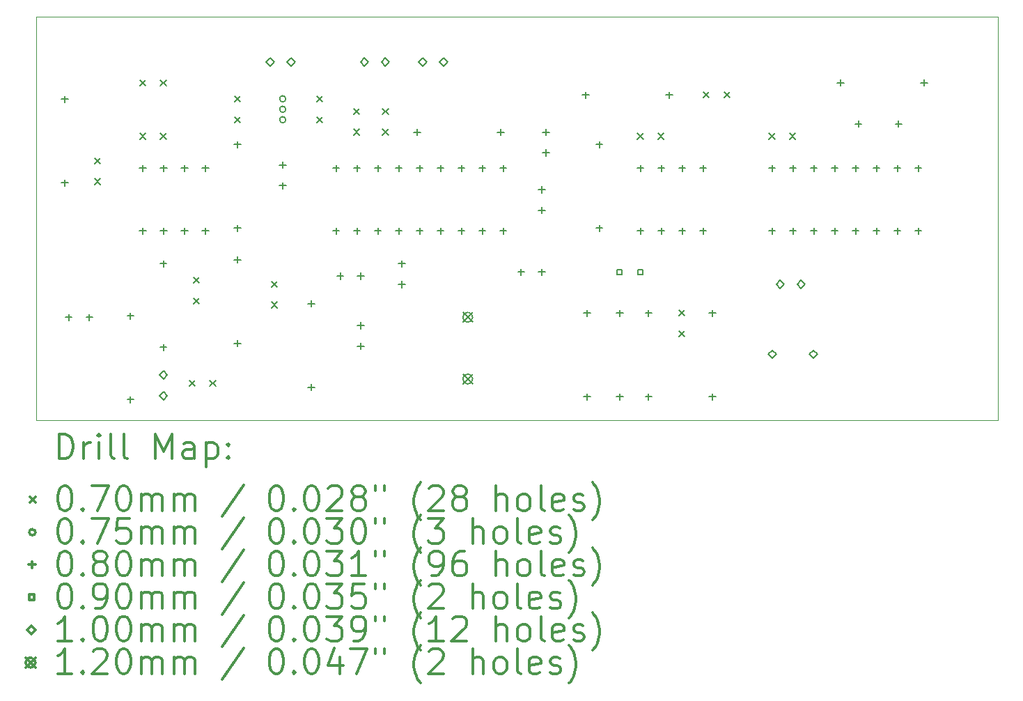
<source format=gbr>
%FSLAX45Y45*%
G04 Gerber Fmt 4.5, Leading zero omitted, Abs format (unit mm)*
G04 Created by KiCad (PCBNEW 5.1.8-5.1.8) date 2021-12-06 17:43:24*
%MOMM*%
%LPD*%
G01*
G04 APERTURE LIST*
%TA.AperFunction,Profile*%
%ADD10C,0.100000*%
%TD*%
%ADD11C,0.200000*%
%ADD12C,0.300000*%
G04 APERTURE END LIST*
D10*
X20742400Y-7749200D02*
X20742400Y-12649200D01*
X9042400Y-7749200D02*
X20742400Y-7749200D01*
X9042400Y-12649200D02*
X9042400Y-7749200D01*
X20742400Y-12649200D02*
X9042400Y-12649200D01*
D11*
X11907400Y-10964200D02*
X11977400Y-11034200D01*
X11977400Y-10964200D02*
X11907400Y-11034200D01*
X11907400Y-11214200D02*
X11977400Y-11284200D01*
X11977400Y-11214200D02*
X11907400Y-11284200D01*
X10957400Y-10914200D02*
X11027400Y-10984200D01*
X11027400Y-10914200D02*
X10957400Y-10984200D01*
X10957400Y-11164200D02*
X11027400Y-11234200D01*
X11027400Y-11164200D02*
X10957400Y-11234200D01*
X10307400Y-9164200D02*
X10377400Y-9234200D01*
X10377400Y-9164200D02*
X10307400Y-9234200D01*
X10557400Y-9164200D02*
X10627400Y-9234200D01*
X10627400Y-9164200D02*
X10557400Y-9234200D01*
X9757400Y-9464200D02*
X9827400Y-9534200D01*
X9827400Y-9464200D02*
X9757400Y-9534200D01*
X9757400Y-9714200D02*
X9827400Y-9784200D01*
X9827400Y-9714200D02*
X9757400Y-9784200D01*
X10907400Y-12164200D02*
X10977400Y-12234200D01*
X10977400Y-12164200D02*
X10907400Y-12234200D01*
X11157400Y-12164200D02*
X11227400Y-12234200D01*
X11227400Y-12164200D02*
X11157400Y-12234200D01*
X12457400Y-8714200D02*
X12527400Y-8784200D01*
X12527400Y-8714200D02*
X12457400Y-8784200D01*
X12457400Y-8964200D02*
X12527400Y-9034200D01*
X12527400Y-8964200D02*
X12457400Y-9034200D01*
X11457400Y-8714200D02*
X11527400Y-8784200D01*
X11527400Y-8714200D02*
X11457400Y-8784200D01*
X11457400Y-8964200D02*
X11527400Y-9034200D01*
X11527400Y-8964200D02*
X11457400Y-9034200D01*
X16857400Y-11314200D02*
X16927400Y-11384200D01*
X16927400Y-11314200D02*
X16857400Y-11384200D01*
X16857400Y-11564200D02*
X16927400Y-11634200D01*
X16927400Y-11564200D02*
X16857400Y-11634200D01*
X17957400Y-9164200D02*
X18027400Y-9234200D01*
X18027400Y-9164200D02*
X17957400Y-9234200D01*
X18207400Y-9164200D02*
X18277400Y-9234200D01*
X18277400Y-9164200D02*
X18207400Y-9234200D01*
X12907400Y-8864200D02*
X12977400Y-8934200D01*
X12977400Y-8864200D02*
X12907400Y-8934200D01*
X12907400Y-9114200D02*
X12977400Y-9184200D01*
X12977400Y-9114200D02*
X12907400Y-9184200D01*
X10307400Y-8514200D02*
X10377400Y-8584200D01*
X10377400Y-8514200D02*
X10307400Y-8584200D01*
X10557400Y-8514200D02*
X10627400Y-8584200D01*
X10627400Y-8514200D02*
X10557400Y-8584200D01*
X16357400Y-9164200D02*
X16427400Y-9234200D01*
X16427400Y-9164200D02*
X16357400Y-9234200D01*
X16607400Y-9164200D02*
X16677400Y-9234200D01*
X16677400Y-9164200D02*
X16607400Y-9234200D01*
X17157400Y-8664200D02*
X17227400Y-8734200D01*
X17227400Y-8664200D02*
X17157400Y-8734200D01*
X17407400Y-8664200D02*
X17477400Y-8734200D01*
X17477400Y-8664200D02*
X17407400Y-8734200D01*
X13257400Y-8864200D02*
X13327400Y-8934200D01*
X13327400Y-8864200D02*
X13257400Y-8934200D01*
X13257400Y-9114200D02*
X13327400Y-9184200D01*
X13327400Y-9114200D02*
X13257400Y-9184200D01*
X12079900Y-8745200D02*
G75*
G03*
X12079900Y-8745200I-37500J0D01*
G01*
X12079900Y-8872200D02*
G75*
G03*
X12079900Y-8872200I-37500J0D01*
G01*
X12079900Y-8999200D02*
G75*
G03*
X12079900Y-8999200I-37500J0D01*
G01*
X17267400Y-11309200D02*
X17267400Y-11389200D01*
X17227400Y-11349200D02*
X17307400Y-11349200D01*
X17267400Y-12325200D02*
X17267400Y-12405200D01*
X17227400Y-12365200D02*
X17307400Y-12365200D01*
X15726400Y-8659200D02*
X15726400Y-8739200D01*
X15686400Y-8699200D02*
X15766400Y-8699200D01*
X16742400Y-8659200D02*
X16742400Y-8739200D01*
X16702400Y-8699200D02*
X16782400Y-8699200D01*
X10342400Y-9547200D02*
X10342400Y-9627200D01*
X10302400Y-9587200D02*
X10382400Y-9587200D01*
X10342400Y-10309200D02*
X10342400Y-10389200D01*
X10302400Y-10349200D02*
X10382400Y-10349200D01*
X10596400Y-9547200D02*
X10596400Y-9627200D01*
X10556400Y-9587200D02*
X10636400Y-9587200D01*
X10596400Y-10309200D02*
X10596400Y-10389200D01*
X10556400Y-10349200D02*
X10636400Y-10349200D01*
X10850400Y-9547200D02*
X10850400Y-9627200D01*
X10810400Y-9587200D02*
X10890400Y-9587200D01*
X10850400Y-10309200D02*
X10850400Y-10389200D01*
X10810400Y-10349200D02*
X10890400Y-10349200D01*
X11104400Y-9547200D02*
X11104400Y-9627200D01*
X11064400Y-9587200D02*
X11144400Y-9587200D01*
X11104400Y-10309200D02*
X11104400Y-10389200D01*
X11064400Y-10349200D02*
X11144400Y-10349200D01*
X12742400Y-10859200D02*
X12742400Y-10939200D01*
X12702400Y-10899200D02*
X12782400Y-10899200D01*
X12992400Y-10859200D02*
X12992400Y-10939200D01*
X12952400Y-10899200D02*
X13032400Y-10899200D01*
X15242400Y-9109200D02*
X15242400Y-9189200D01*
X15202400Y-9149200D02*
X15282400Y-9149200D01*
X15242400Y-9359200D02*
X15242400Y-9439200D01*
X15202400Y-9399200D02*
X15282400Y-9399200D01*
X12992400Y-11459200D02*
X12992400Y-11539200D01*
X12952400Y-11499200D02*
X13032400Y-11499200D01*
X12992400Y-11709200D02*
X12992400Y-11789200D01*
X12952400Y-11749200D02*
X13032400Y-11749200D01*
X13492400Y-10709200D02*
X13492400Y-10789200D01*
X13452400Y-10749200D02*
X13532400Y-10749200D01*
X13492400Y-10959200D02*
X13492400Y-11039200D01*
X13452400Y-10999200D02*
X13532400Y-10999200D01*
X12042400Y-9509200D02*
X12042400Y-9589200D01*
X12002400Y-9549200D02*
X12082400Y-9549200D01*
X12042400Y-9759200D02*
X12042400Y-9839200D01*
X12002400Y-9799200D02*
X12082400Y-9799200D01*
X12392400Y-11193200D02*
X12392400Y-11273200D01*
X12352400Y-11233200D02*
X12432400Y-11233200D01*
X12392400Y-12209200D02*
X12392400Y-12289200D01*
X12352400Y-12249200D02*
X12432400Y-12249200D01*
X14942400Y-10809200D02*
X14942400Y-10889200D01*
X14902400Y-10849200D02*
X14982400Y-10849200D01*
X15192400Y-10809200D02*
X15192400Y-10889200D01*
X15152400Y-10849200D02*
X15232400Y-10849200D01*
X12692400Y-9547200D02*
X12692400Y-9627200D01*
X12652400Y-9587200D02*
X12732400Y-9587200D01*
X12692400Y-10309200D02*
X12692400Y-10389200D01*
X12652400Y-10349200D02*
X12732400Y-10349200D01*
X12946400Y-9547200D02*
X12946400Y-9627200D01*
X12906400Y-9587200D02*
X12986400Y-9587200D01*
X12946400Y-10309200D02*
X12946400Y-10389200D01*
X12906400Y-10349200D02*
X12986400Y-10349200D01*
X13200400Y-9547200D02*
X13200400Y-9627200D01*
X13160400Y-9587200D02*
X13240400Y-9587200D01*
X13200400Y-10309200D02*
X13200400Y-10389200D01*
X13160400Y-10349200D02*
X13240400Y-10349200D01*
X13454400Y-9547200D02*
X13454400Y-9627200D01*
X13414400Y-9587200D02*
X13494400Y-9587200D01*
X13454400Y-10309200D02*
X13454400Y-10389200D01*
X13414400Y-10349200D02*
X13494400Y-10349200D01*
X13708400Y-9547200D02*
X13708400Y-9627200D01*
X13668400Y-9587200D02*
X13748400Y-9587200D01*
X13708400Y-10309200D02*
X13708400Y-10389200D01*
X13668400Y-10349200D02*
X13748400Y-10349200D01*
X13962400Y-9547200D02*
X13962400Y-9627200D01*
X13922400Y-9587200D02*
X14002400Y-9587200D01*
X13962400Y-10309200D02*
X13962400Y-10389200D01*
X13922400Y-10349200D02*
X14002400Y-10349200D01*
X14216400Y-9547200D02*
X14216400Y-9627200D01*
X14176400Y-9587200D02*
X14256400Y-9587200D01*
X14216400Y-10309200D02*
X14216400Y-10389200D01*
X14176400Y-10349200D02*
X14256400Y-10349200D01*
X14470400Y-9547200D02*
X14470400Y-9627200D01*
X14430400Y-9587200D02*
X14510400Y-9587200D01*
X14470400Y-10309200D02*
X14470400Y-10389200D01*
X14430400Y-10349200D02*
X14510400Y-10349200D01*
X14724400Y-9547200D02*
X14724400Y-9627200D01*
X14684400Y-9587200D02*
X14764400Y-9587200D01*
X14724400Y-10309200D02*
X14724400Y-10389200D01*
X14684400Y-10349200D02*
X14764400Y-10349200D01*
X16492400Y-11309200D02*
X16492400Y-11389200D01*
X16452400Y-11349200D02*
X16532400Y-11349200D01*
X16492400Y-12325200D02*
X16492400Y-12405200D01*
X16452400Y-12365200D02*
X16532400Y-12365200D01*
X16142400Y-11309200D02*
X16142400Y-11389200D01*
X16102400Y-11349200D02*
X16182400Y-11349200D01*
X16142400Y-12325200D02*
X16142400Y-12405200D01*
X16102400Y-12365200D02*
X16182400Y-12365200D01*
X10592400Y-10709200D02*
X10592400Y-10789200D01*
X10552400Y-10749200D02*
X10632400Y-10749200D01*
X10592400Y-11725200D02*
X10592400Y-11805200D01*
X10552400Y-11765200D02*
X10632400Y-11765200D01*
X19042400Y-9009200D02*
X19042400Y-9089200D01*
X19002400Y-9049200D02*
X19082400Y-9049200D01*
X19530400Y-9009200D02*
X19530400Y-9089200D01*
X19490400Y-9049200D02*
X19570400Y-9049200D01*
X18826400Y-8509200D02*
X18826400Y-8589200D01*
X18786400Y-8549200D02*
X18866400Y-8549200D01*
X19842400Y-8509200D02*
X19842400Y-8589200D01*
X19802400Y-8549200D02*
X19882400Y-8549200D01*
X13676400Y-9109200D02*
X13676400Y-9189200D01*
X13636400Y-9149200D02*
X13716400Y-9149200D01*
X14692400Y-9109200D02*
X14692400Y-9189200D01*
X14652400Y-9149200D02*
X14732400Y-9149200D01*
X9442400Y-11359200D02*
X9442400Y-11439200D01*
X9402400Y-11399200D02*
X9482400Y-11399200D01*
X9692400Y-11359200D02*
X9692400Y-11439200D01*
X9652400Y-11399200D02*
X9732400Y-11399200D01*
X15192400Y-9809200D02*
X15192400Y-9889200D01*
X15152400Y-9849200D02*
X15232400Y-9849200D01*
X15192400Y-10059200D02*
X15192400Y-10139200D01*
X15152400Y-10099200D02*
X15232400Y-10099200D01*
X16392400Y-9547200D02*
X16392400Y-9627200D01*
X16352400Y-9587200D02*
X16432400Y-9587200D01*
X16392400Y-10309200D02*
X16392400Y-10389200D01*
X16352400Y-10349200D02*
X16432400Y-10349200D01*
X16646400Y-9547200D02*
X16646400Y-9627200D01*
X16606400Y-9587200D02*
X16686400Y-9587200D01*
X16646400Y-10309200D02*
X16646400Y-10389200D01*
X16606400Y-10349200D02*
X16686400Y-10349200D01*
X16900400Y-9547200D02*
X16900400Y-9627200D01*
X16860400Y-9587200D02*
X16940400Y-9587200D01*
X16900400Y-10309200D02*
X16900400Y-10389200D01*
X16860400Y-10349200D02*
X16940400Y-10349200D01*
X17154400Y-9547200D02*
X17154400Y-9627200D01*
X17114400Y-9587200D02*
X17194400Y-9587200D01*
X17154400Y-10309200D02*
X17154400Y-10389200D01*
X17114400Y-10349200D02*
X17194400Y-10349200D01*
X10192400Y-11343200D02*
X10192400Y-11423200D01*
X10152400Y-11383200D02*
X10232400Y-11383200D01*
X10192400Y-12359200D02*
X10192400Y-12439200D01*
X10152400Y-12399200D02*
X10232400Y-12399200D01*
X11492400Y-9259200D02*
X11492400Y-9339200D01*
X11452400Y-9299200D02*
X11532400Y-9299200D01*
X11492400Y-10275200D02*
X11492400Y-10355200D01*
X11452400Y-10315200D02*
X11532400Y-10315200D01*
X15892400Y-9259200D02*
X15892400Y-9339200D01*
X15852400Y-9299200D02*
X15932400Y-9299200D01*
X15892400Y-10275200D02*
X15892400Y-10355200D01*
X15852400Y-10315200D02*
X15932400Y-10315200D01*
X9392400Y-8709200D02*
X9392400Y-8789200D01*
X9352400Y-8749200D02*
X9432400Y-8749200D01*
X9392400Y-9725200D02*
X9392400Y-9805200D01*
X9352400Y-9765200D02*
X9432400Y-9765200D01*
X15742400Y-11309200D02*
X15742400Y-11389200D01*
X15702400Y-11349200D02*
X15782400Y-11349200D01*
X15742400Y-12325200D02*
X15742400Y-12405200D01*
X15702400Y-12365200D02*
X15782400Y-12365200D01*
X11492400Y-10659200D02*
X11492400Y-10739200D01*
X11452400Y-10699200D02*
X11532400Y-10699200D01*
X11492400Y-11675200D02*
X11492400Y-11755200D01*
X11452400Y-11715200D02*
X11532400Y-11715200D01*
X17992400Y-9547200D02*
X17992400Y-9627200D01*
X17952400Y-9587200D02*
X18032400Y-9587200D01*
X17992400Y-10309200D02*
X17992400Y-10389200D01*
X17952400Y-10349200D02*
X18032400Y-10349200D01*
X18246400Y-9547200D02*
X18246400Y-9627200D01*
X18206400Y-9587200D02*
X18286400Y-9587200D01*
X18246400Y-10309200D02*
X18246400Y-10389200D01*
X18206400Y-10349200D02*
X18286400Y-10349200D01*
X18500400Y-9547200D02*
X18500400Y-9627200D01*
X18460400Y-9587200D02*
X18540400Y-9587200D01*
X18500400Y-10309200D02*
X18500400Y-10389200D01*
X18460400Y-10349200D02*
X18540400Y-10349200D01*
X18754400Y-9547200D02*
X18754400Y-9627200D01*
X18714400Y-9587200D02*
X18794400Y-9587200D01*
X18754400Y-10309200D02*
X18754400Y-10389200D01*
X18714400Y-10349200D02*
X18794400Y-10349200D01*
X19008400Y-9547200D02*
X19008400Y-9627200D01*
X18968400Y-9587200D02*
X19048400Y-9587200D01*
X19008400Y-10309200D02*
X19008400Y-10389200D01*
X18968400Y-10349200D02*
X19048400Y-10349200D01*
X19262400Y-9547200D02*
X19262400Y-9627200D01*
X19222400Y-9587200D02*
X19302400Y-9587200D01*
X19262400Y-10309200D02*
X19262400Y-10389200D01*
X19222400Y-10349200D02*
X19302400Y-10349200D01*
X19516400Y-9547200D02*
X19516400Y-9627200D01*
X19476400Y-9587200D02*
X19556400Y-9587200D01*
X19516400Y-10309200D02*
X19516400Y-10389200D01*
X19476400Y-10349200D02*
X19556400Y-10349200D01*
X19770400Y-9547200D02*
X19770400Y-9627200D01*
X19730400Y-9587200D02*
X19810400Y-9587200D01*
X19770400Y-10309200D02*
X19770400Y-10389200D01*
X19730400Y-10349200D02*
X19810400Y-10349200D01*
X16170220Y-10881020D02*
X16170220Y-10817380D01*
X16106580Y-10817380D01*
X16106580Y-10881020D01*
X16170220Y-10881020D01*
X16424220Y-10881020D02*
X16424220Y-10817380D01*
X16360580Y-10817380D01*
X16360580Y-10881020D01*
X16424220Y-10881020D01*
X13742400Y-8349200D02*
X13792400Y-8299200D01*
X13742400Y-8249200D01*
X13692400Y-8299200D01*
X13742400Y-8349200D01*
X13996400Y-8349200D02*
X14046400Y-8299200D01*
X13996400Y-8249200D01*
X13946400Y-8299200D01*
X13996400Y-8349200D01*
X11892400Y-8349200D02*
X11942400Y-8299200D01*
X11892400Y-8249200D01*
X11842400Y-8299200D01*
X11892400Y-8349200D01*
X12146400Y-8349200D02*
X12196400Y-8299200D01*
X12146400Y-8249200D01*
X12096400Y-8299200D01*
X12146400Y-8349200D01*
X18092400Y-11049200D02*
X18142400Y-10999200D01*
X18092400Y-10949200D01*
X18042400Y-10999200D01*
X18092400Y-11049200D01*
X18346400Y-11049200D02*
X18396400Y-10999200D01*
X18346400Y-10949200D01*
X18296400Y-10999200D01*
X18346400Y-11049200D01*
X10592400Y-12149200D02*
X10642400Y-12099200D01*
X10592400Y-12049200D01*
X10542400Y-12099200D01*
X10592400Y-12149200D01*
X10592400Y-12403200D02*
X10642400Y-12353200D01*
X10592400Y-12303200D01*
X10542400Y-12353200D01*
X10592400Y-12403200D01*
X17992400Y-11899200D02*
X18042400Y-11849200D01*
X17992400Y-11799200D01*
X17942400Y-11849200D01*
X17992400Y-11899200D01*
X18492400Y-11899200D02*
X18542400Y-11849200D01*
X18492400Y-11799200D01*
X18442400Y-11849200D01*
X18492400Y-11899200D01*
X13038400Y-8349200D02*
X13088400Y-8299200D01*
X13038400Y-8249200D01*
X12988400Y-8299200D01*
X13038400Y-8349200D01*
X13292400Y-8349200D02*
X13342400Y-8299200D01*
X13292400Y-8249200D01*
X13242400Y-8299200D01*
X13292400Y-8349200D01*
X14232400Y-11339200D02*
X14352400Y-11459200D01*
X14352400Y-11339200D02*
X14232400Y-11459200D01*
X14352400Y-11399200D02*
G75*
G03*
X14352400Y-11399200I-60000J0D01*
G01*
X14232400Y-12089200D02*
X14352400Y-12209200D01*
X14352400Y-12089200D02*
X14232400Y-12209200D01*
X14352400Y-12149200D02*
G75*
G03*
X14352400Y-12149200I-60000J0D01*
G01*
D12*
X9323828Y-13119914D02*
X9323828Y-12819914D01*
X9395257Y-12819914D01*
X9438114Y-12834200D01*
X9466686Y-12862771D01*
X9480971Y-12891343D01*
X9495257Y-12948486D01*
X9495257Y-12991343D01*
X9480971Y-13048486D01*
X9466686Y-13077057D01*
X9438114Y-13105629D01*
X9395257Y-13119914D01*
X9323828Y-13119914D01*
X9623828Y-13119914D02*
X9623828Y-12919914D01*
X9623828Y-12977057D02*
X9638114Y-12948486D01*
X9652400Y-12934200D01*
X9680971Y-12919914D01*
X9709543Y-12919914D01*
X9809543Y-13119914D02*
X9809543Y-12919914D01*
X9809543Y-12819914D02*
X9795257Y-12834200D01*
X9809543Y-12848486D01*
X9823828Y-12834200D01*
X9809543Y-12819914D01*
X9809543Y-12848486D01*
X9995257Y-13119914D02*
X9966686Y-13105629D01*
X9952400Y-13077057D01*
X9952400Y-12819914D01*
X10152400Y-13119914D02*
X10123828Y-13105629D01*
X10109543Y-13077057D01*
X10109543Y-12819914D01*
X10495257Y-13119914D02*
X10495257Y-12819914D01*
X10595257Y-13034200D01*
X10695257Y-12819914D01*
X10695257Y-13119914D01*
X10966686Y-13119914D02*
X10966686Y-12962771D01*
X10952400Y-12934200D01*
X10923828Y-12919914D01*
X10866686Y-12919914D01*
X10838114Y-12934200D01*
X10966686Y-13105629D02*
X10938114Y-13119914D01*
X10866686Y-13119914D01*
X10838114Y-13105629D01*
X10823828Y-13077057D01*
X10823828Y-13048486D01*
X10838114Y-13019914D01*
X10866686Y-13005629D01*
X10938114Y-13005629D01*
X10966686Y-12991343D01*
X11109543Y-12919914D02*
X11109543Y-13219914D01*
X11109543Y-12934200D02*
X11138114Y-12919914D01*
X11195257Y-12919914D01*
X11223828Y-12934200D01*
X11238114Y-12948486D01*
X11252400Y-12977057D01*
X11252400Y-13062771D01*
X11238114Y-13091343D01*
X11223828Y-13105629D01*
X11195257Y-13119914D01*
X11138114Y-13119914D01*
X11109543Y-13105629D01*
X11380971Y-13091343D02*
X11395257Y-13105629D01*
X11380971Y-13119914D01*
X11366686Y-13105629D01*
X11380971Y-13091343D01*
X11380971Y-13119914D01*
X11380971Y-12934200D02*
X11395257Y-12948486D01*
X11380971Y-12962771D01*
X11366686Y-12948486D01*
X11380971Y-12934200D01*
X11380971Y-12962771D01*
X8967400Y-13579200D02*
X9037400Y-13649200D01*
X9037400Y-13579200D02*
X8967400Y-13649200D01*
X9380971Y-13449914D02*
X9409543Y-13449914D01*
X9438114Y-13464200D01*
X9452400Y-13478486D01*
X9466686Y-13507057D01*
X9480971Y-13564200D01*
X9480971Y-13635629D01*
X9466686Y-13692771D01*
X9452400Y-13721343D01*
X9438114Y-13735629D01*
X9409543Y-13749914D01*
X9380971Y-13749914D01*
X9352400Y-13735629D01*
X9338114Y-13721343D01*
X9323828Y-13692771D01*
X9309543Y-13635629D01*
X9309543Y-13564200D01*
X9323828Y-13507057D01*
X9338114Y-13478486D01*
X9352400Y-13464200D01*
X9380971Y-13449914D01*
X9609543Y-13721343D02*
X9623828Y-13735629D01*
X9609543Y-13749914D01*
X9595257Y-13735629D01*
X9609543Y-13721343D01*
X9609543Y-13749914D01*
X9723828Y-13449914D02*
X9923828Y-13449914D01*
X9795257Y-13749914D01*
X10095257Y-13449914D02*
X10123828Y-13449914D01*
X10152400Y-13464200D01*
X10166686Y-13478486D01*
X10180971Y-13507057D01*
X10195257Y-13564200D01*
X10195257Y-13635629D01*
X10180971Y-13692771D01*
X10166686Y-13721343D01*
X10152400Y-13735629D01*
X10123828Y-13749914D01*
X10095257Y-13749914D01*
X10066686Y-13735629D01*
X10052400Y-13721343D01*
X10038114Y-13692771D01*
X10023828Y-13635629D01*
X10023828Y-13564200D01*
X10038114Y-13507057D01*
X10052400Y-13478486D01*
X10066686Y-13464200D01*
X10095257Y-13449914D01*
X10323828Y-13749914D02*
X10323828Y-13549914D01*
X10323828Y-13578486D02*
X10338114Y-13564200D01*
X10366686Y-13549914D01*
X10409543Y-13549914D01*
X10438114Y-13564200D01*
X10452400Y-13592771D01*
X10452400Y-13749914D01*
X10452400Y-13592771D02*
X10466686Y-13564200D01*
X10495257Y-13549914D01*
X10538114Y-13549914D01*
X10566686Y-13564200D01*
X10580971Y-13592771D01*
X10580971Y-13749914D01*
X10723828Y-13749914D02*
X10723828Y-13549914D01*
X10723828Y-13578486D02*
X10738114Y-13564200D01*
X10766686Y-13549914D01*
X10809543Y-13549914D01*
X10838114Y-13564200D01*
X10852400Y-13592771D01*
X10852400Y-13749914D01*
X10852400Y-13592771D02*
X10866686Y-13564200D01*
X10895257Y-13549914D01*
X10938114Y-13549914D01*
X10966686Y-13564200D01*
X10980971Y-13592771D01*
X10980971Y-13749914D01*
X11566686Y-13435629D02*
X11309543Y-13821343D01*
X11952400Y-13449914D02*
X11980971Y-13449914D01*
X12009543Y-13464200D01*
X12023828Y-13478486D01*
X12038114Y-13507057D01*
X12052400Y-13564200D01*
X12052400Y-13635629D01*
X12038114Y-13692771D01*
X12023828Y-13721343D01*
X12009543Y-13735629D01*
X11980971Y-13749914D01*
X11952400Y-13749914D01*
X11923828Y-13735629D01*
X11909543Y-13721343D01*
X11895257Y-13692771D01*
X11880971Y-13635629D01*
X11880971Y-13564200D01*
X11895257Y-13507057D01*
X11909543Y-13478486D01*
X11923828Y-13464200D01*
X11952400Y-13449914D01*
X12180971Y-13721343D02*
X12195257Y-13735629D01*
X12180971Y-13749914D01*
X12166686Y-13735629D01*
X12180971Y-13721343D01*
X12180971Y-13749914D01*
X12380971Y-13449914D02*
X12409543Y-13449914D01*
X12438114Y-13464200D01*
X12452400Y-13478486D01*
X12466686Y-13507057D01*
X12480971Y-13564200D01*
X12480971Y-13635629D01*
X12466686Y-13692771D01*
X12452400Y-13721343D01*
X12438114Y-13735629D01*
X12409543Y-13749914D01*
X12380971Y-13749914D01*
X12352400Y-13735629D01*
X12338114Y-13721343D01*
X12323828Y-13692771D01*
X12309543Y-13635629D01*
X12309543Y-13564200D01*
X12323828Y-13507057D01*
X12338114Y-13478486D01*
X12352400Y-13464200D01*
X12380971Y-13449914D01*
X12595257Y-13478486D02*
X12609543Y-13464200D01*
X12638114Y-13449914D01*
X12709543Y-13449914D01*
X12738114Y-13464200D01*
X12752400Y-13478486D01*
X12766686Y-13507057D01*
X12766686Y-13535629D01*
X12752400Y-13578486D01*
X12580971Y-13749914D01*
X12766686Y-13749914D01*
X12938114Y-13578486D02*
X12909543Y-13564200D01*
X12895257Y-13549914D01*
X12880971Y-13521343D01*
X12880971Y-13507057D01*
X12895257Y-13478486D01*
X12909543Y-13464200D01*
X12938114Y-13449914D01*
X12995257Y-13449914D01*
X13023828Y-13464200D01*
X13038114Y-13478486D01*
X13052400Y-13507057D01*
X13052400Y-13521343D01*
X13038114Y-13549914D01*
X13023828Y-13564200D01*
X12995257Y-13578486D01*
X12938114Y-13578486D01*
X12909543Y-13592771D01*
X12895257Y-13607057D01*
X12880971Y-13635629D01*
X12880971Y-13692771D01*
X12895257Y-13721343D01*
X12909543Y-13735629D01*
X12938114Y-13749914D01*
X12995257Y-13749914D01*
X13023828Y-13735629D01*
X13038114Y-13721343D01*
X13052400Y-13692771D01*
X13052400Y-13635629D01*
X13038114Y-13607057D01*
X13023828Y-13592771D01*
X12995257Y-13578486D01*
X13166686Y-13449914D02*
X13166686Y-13507057D01*
X13280971Y-13449914D02*
X13280971Y-13507057D01*
X13723828Y-13864200D02*
X13709543Y-13849914D01*
X13680971Y-13807057D01*
X13666686Y-13778486D01*
X13652400Y-13735629D01*
X13638114Y-13664200D01*
X13638114Y-13607057D01*
X13652400Y-13535629D01*
X13666686Y-13492771D01*
X13680971Y-13464200D01*
X13709543Y-13421343D01*
X13723828Y-13407057D01*
X13823828Y-13478486D02*
X13838114Y-13464200D01*
X13866686Y-13449914D01*
X13938114Y-13449914D01*
X13966686Y-13464200D01*
X13980971Y-13478486D01*
X13995257Y-13507057D01*
X13995257Y-13535629D01*
X13980971Y-13578486D01*
X13809543Y-13749914D01*
X13995257Y-13749914D01*
X14166686Y-13578486D02*
X14138114Y-13564200D01*
X14123828Y-13549914D01*
X14109543Y-13521343D01*
X14109543Y-13507057D01*
X14123828Y-13478486D01*
X14138114Y-13464200D01*
X14166686Y-13449914D01*
X14223828Y-13449914D01*
X14252400Y-13464200D01*
X14266686Y-13478486D01*
X14280971Y-13507057D01*
X14280971Y-13521343D01*
X14266686Y-13549914D01*
X14252400Y-13564200D01*
X14223828Y-13578486D01*
X14166686Y-13578486D01*
X14138114Y-13592771D01*
X14123828Y-13607057D01*
X14109543Y-13635629D01*
X14109543Y-13692771D01*
X14123828Y-13721343D01*
X14138114Y-13735629D01*
X14166686Y-13749914D01*
X14223828Y-13749914D01*
X14252400Y-13735629D01*
X14266686Y-13721343D01*
X14280971Y-13692771D01*
X14280971Y-13635629D01*
X14266686Y-13607057D01*
X14252400Y-13592771D01*
X14223828Y-13578486D01*
X14638114Y-13749914D02*
X14638114Y-13449914D01*
X14766686Y-13749914D02*
X14766686Y-13592771D01*
X14752400Y-13564200D01*
X14723828Y-13549914D01*
X14680971Y-13549914D01*
X14652400Y-13564200D01*
X14638114Y-13578486D01*
X14952400Y-13749914D02*
X14923828Y-13735629D01*
X14909543Y-13721343D01*
X14895257Y-13692771D01*
X14895257Y-13607057D01*
X14909543Y-13578486D01*
X14923828Y-13564200D01*
X14952400Y-13549914D01*
X14995257Y-13549914D01*
X15023828Y-13564200D01*
X15038114Y-13578486D01*
X15052400Y-13607057D01*
X15052400Y-13692771D01*
X15038114Y-13721343D01*
X15023828Y-13735629D01*
X14995257Y-13749914D01*
X14952400Y-13749914D01*
X15223828Y-13749914D02*
X15195257Y-13735629D01*
X15180971Y-13707057D01*
X15180971Y-13449914D01*
X15452400Y-13735629D02*
X15423828Y-13749914D01*
X15366686Y-13749914D01*
X15338114Y-13735629D01*
X15323828Y-13707057D01*
X15323828Y-13592771D01*
X15338114Y-13564200D01*
X15366686Y-13549914D01*
X15423828Y-13549914D01*
X15452400Y-13564200D01*
X15466686Y-13592771D01*
X15466686Y-13621343D01*
X15323828Y-13649914D01*
X15580971Y-13735629D02*
X15609543Y-13749914D01*
X15666686Y-13749914D01*
X15695257Y-13735629D01*
X15709543Y-13707057D01*
X15709543Y-13692771D01*
X15695257Y-13664200D01*
X15666686Y-13649914D01*
X15623828Y-13649914D01*
X15595257Y-13635629D01*
X15580971Y-13607057D01*
X15580971Y-13592771D01*
X15595257Y-13564200D01*
X15623828Y-13549914D01*
X15666686Y-13549914D01*
X15695257Y-13564200D01*
X15809543Y-13864200D02*
X15823828Y-13849914D01*
X15852400Y-13807057D01*
X15866686Y-13778486D01*
X15880971Y-13735629D01*
X15895257Y-13664200D01*
X15895257Y-13607057D01*
X15880971Y-13535629D01*
X15866686Y-13492771D01*
X15852400Y-13464200D01*
X15823828Y-13421343D01*
X15809543Y-13407057D01*
X9037400Y-14010200D02*
G75*
G03*
X9037400Y-14010200I-37500J0D01*
G01*
X9380971Y-13845914D02*
X9409543Y-13845914D01*
X9438114Y-13860200D01*
X9452400Y-13874486D01*
X9466686Y-13903057D01*
X9480971Y-13960200D01*
X9480971Y-14031629D01*
X9466686Y-14088771D01*
X9452400Y-14117343D01*
X9438114Y-14131629D01*
X9409543Y-14145914D01*
X9380971Y-14145914D01*
X9352400Y-14131629D01*
X9338114Y-14117343D01*
X9323828Y-14088771D01*
X9309543Y-14031629D01*
X9309543Y-13960200D01*
X9323828Y-13903057D01*
X9338114Y-13874486D01*
X9352400Y-13860200D01*
X9380971Y-13845914D01*
X9609543Y-14117343D02*
X9623828Y-14131629D01*
X9609543Y-14145914D01*
X9595257Y-14131629D01*
X9609543Y-14117343D01*
X9609543Y-14145914D01*
X9723828Y-13845914D02*
X9923828Y-13845914D01*
X9795257Y-14145914D01*
X10180971Y-13845914D02*
X10038114Y-13845914D01*
X10023828Y-13988771D01*
X10038114Y-13974486D01*
X10066686Y-13960200D01*
X10138114Y-13960200D01*
X10166686Y-13974486D01*
X10180971Y-13988771D01*
X10195257Y-14017343D01*
X10195257Y-14088771D01*
X10180971Y-14117343D01*
X10166686Y-14131629D01*
X10138114Y-14145914D01*
X10066686Y-14145914D01*
X10038114Y-14131629D01*
X10023828Y-14117343D01*
X10323828Y-14145914D02*
X10323828Y-13945914D01*
X10323828Y-13974486D02*
X10338114Y-13960200D01*
X10366686Y-13945914D01*
X10409543Y-13945914D01*
X10438114Y-13960200D01*
X10452400Y-13988771D01*
X10452400Y-14145914D01*
X10452400Y-13988771D02*
X10466686Y-13960200D01*
X10495257Y-13945914D01*
X10538114Y-13945914D01*
X10566686Y-13960200D01*
X10580971Y-13988771D01*
X10580971Y-14145914D01*
X10723828Y-14145914D02*
X10723828Y-13945914D01*
X10723828Y-13974486D02*
X10738114Y-13960200D01*
X10766686Y-13945914D01*
X10809543Y-13945914D01*
X10838114Y-13960200D01*
X10852400Y-13988771D01*
X10852400Y-14145914D01*
X10852400Y-13988771D02*
X10866686Y-13960200D01*
X10895257Y-13945914D01*
X10938114Y-13945914D01*
X10966686Y-13960200D01*
X10980971Y-13988771D01*
X10980971Y-14145914D01*
X11566686Y-13831629D02*
X11309543Y-14217343D01*
X11952400Y-13845914D02*
X11980971Y-13845914D01*
X12009543Y-13860200D01*
X12023828Y-13874486D01*
X12038114Y-13903057D01*
X12052400Y-13960200D01*
X12052400Y-14031629D01*
X12038114Y-14088771D01*
X12023828Y-14117343D01*
X12009543Y-14131629D01*
X11980971Y-14145914D01*
X11952400Y-14145914D01*
X11923828Y-14131629D01*
X11909543Y-14117343D01*
X11895257Y-14088771D01*
X11880971Y-14031629D01*
X11880971Y-13960200D01*
X11895257Y-13903057D01*
X11909543Y-13874486D01*
X11923828Y-13860200D01*
X11952400Y-13845914D01*
X12180971Y-14117343D02*
X12195257Y-14131629D01*
X12180971Y-14145914D01*
X12166686Y-14131629D01*
X12180971Y-14117343D01*
X12180971Y-14145914D01*
X12380971Y-13845914D02*
X12409543Y-13845914D01*
X12438114Y-13860200D01*
X12452400Y-13874486D01*
X12466686Y-13903057D01*
X12480971Y-13960200D01*
X12480971Y-14031629D01*
X12466686Y-14088771D01*
X12452400Y-14117343D01*
X12438114Y-14131629D01*
X12409543Y-14145914D01*
X12380971Y-14145914D01*
X12352400Y-14131629D01*
X12338114Y-14117343D01*
X12323828Y-14088771D01*
X12309543Y-14031629D01*
X12309543Y-13960200D01*
X12323828Y-13903057D01*
X12338114Y-13874486D01*
X12352400Y-13860200D01*
X12380971Y-13845914D01*
X12580971Y-13845914D02*
X12766686Y-13845914D01*
X12666686Y-13960200D01*
X12709543Y-13960200D01*
X12738114Y-13974486D01*
X12752400Y-13988771D01*
X12766686Y-14017343D01*
X12766686Y-14088771D01*
X12752400Y-14117343D01*
X12738114Y-14131629D01*
X12709543Y-14145914D01*
X12623828Y-14145914D01*
X12595257Y-14131629D01*
X12580971Y-14117343D01*
X12952400Y-13845914D02*
X12980971Y-13845914D01*
X13009543Y-13860200D01*
X13023828Y-13874486D01*
X13038114Y-13903057D01*
X13052400Y-13960200D01*
X13052400Y-14031629D01*
X13038114Y-14088771D01*
X13023828Y-14117343D01*
X13009543Y-14131629D01*
X12980971Y-14145914D01*
X12952400Y-14145914D01*
X12923828Y-14131629D01*
X12909543Y-14117343D01*
X12895257Y-14088771D01*
X12880971Y-14031629D01*
X12880971Y-13960200D01*
X12895257Y-13903057D01*
X12909543Y-13874486D01*
X12923828Y-13860200D01*
X12952400Y-13845914D01*
X13166686Y-13845914D02*
X13166686Y-13903057D01*
X13280971Y-13845914D02*
X13280971Y-13903057D01*
X13723828Y-14260200D02*
X13709543Y-14245914D01*
X13680971Y-14203057D01*
X13666686Y-14174486D01*
X13652400Y-14131629D01*
X13638114Y-14060200D01*
X13638114Y-14003057D01*
X13652400Y-13931629D01*
X13666686Y-13888771D01*
X13680971Y-13860200D01*
X13709543Y-13817343D01*
X13723828Y-13803057D01*
X13809543Y-13845914D02*
X13995257Y-13845914D01*
X13895257Y-13960200D01*
X13938114Y-13960200D01*
X13966686Y-13974486D01*
X13980971Y-13988771D01*
X13995257Y-14017343D01*
X13995257Y-14088771D01*
X13980971Y-14117343D01*
X13966686Y-14131629D01*
X13938114Y-14145914D01*
X13852400Y-14145914D01*
X13823828Y-14131629D01*
X13809543Y-14117343D01*
X14352400Y-14145914D02*
X14352400Y-13845914D01*
X14480971Y-14145914D02*
X14480971Y-13988771D01*
X14466686Y-13960200D01*
X14438114Y-13945914D01*
X14395257Y-13945914D01*
X14366686Y-13960200D01*
X14352400Y-13974486D01*
X14666686Y-14145914D02*
X14638114Y-14131629D01*
X14623828Y-14117343D01*
X14609543Y-14088771D01*
X14609543Y-14003057D01*
X14623828Y-13974486D01*
X14638114Y-13960200D01*
X14666686Y-13945914D01*
X14709543Y-13945914D01*
X14738114Y-13960200D01*
X14752400Y-13974486D01*
X14766686Y-14003057D01*
X14766686Y-14088771D01*
X14752400Y-14117343D01*
X14738114Y-14131629D01*
X14709543Y-14145914D01*
X14666686Y-14145914D01*
X14938114Y-14145914D02*
X14909543Y-14131629D01*
X14895257Y-14103057D01*
X14895257Y-13845914D01*
X15166686Y-14131629D02*
X15138114Y-14145914D01*
X15080971Y-14145914D01*
X15052400Y-14131629D01*
X15038114Y-14103057D01*
X15038114Y-13988771D01*
X15052400Y-13960200D01*
X15080971Y-13945914D01*
X15138114Y-13945914D01*
X15166686Y-13960200D01*
X15180971Y-13988771D01*
X15180971Y-14017343D01*
X15038114Y-14045914D01*
X15295257Y-14131629D02*
X15323828Y-14145914D01*
X15380971Y-14145914D01*
X15409543Y-14131629D01*
X15423828Y-14103057D01*
X15423828Y-14088771D01*
X15409543Y-14060200D01*
X15380971Y-14045914D01*
X15338114Y-14045914D01*
X15309543Y-14031629D01*
X15295257Y-14003057D01*
X15295257Y-13988771D01*
X15309543Y-13960200D01*
X15338114Y-13945914D01*
X15380971Y-13945914D01*
X15409543Y-13960200D01*
X15523828Y-14260200D02*
X15538114Y-14245914D01*
X15566686Y-14203057D01*
X15580971Y-14174486D01*
X15595257Y-14131629D01*
X15609543Y-14060200D01*
X15609543Y-14003057D01*
X15595257Y-13931629D01*
X15580971Y-13888771D01*
X15566686Y-13860200D01*
X15538114Y-13817343D01*
X15523828Y-13803057D01*
X8997400Y-14366200D02*
X8997400Y-14446200D01*
X8957400Y-14406200D02*
X9037400Y-14406200D01*
X9380971Y-14241914D02*
X9409543Y-14241914D01*
X9438114Y-14256200D01*
X9452400Y-14270486D01*
X9466686Y-14299057D01*
X9480971Y-14356200D01*
X9480971Y-14427629D01*
X9466686Y-14484771D01*
X9452400Y-14513343D01*
X9438114Y-14527629D01*
X9409543Y-14541914D01*
X9380971Y-14541914D01*
X9352400Y-14527629D01*
X9338114Y-14513343D01*
X9323828Y-14484771D01*
X9309543Y-14427629D01*
X9309543Y-14356200D01*
X9323828Y-14299057D01*
X9338114Y-14270486D01*
X9352400Y-14256200D01*
X9380971Y-14241914D01*
X9609543Y-14513343D02*
X9623828Y-14527629D01*
X9609543Y-14541914D01*
X9595257Y-14527629D01*
X9609543Y-14513343D01*
X9609543Y-14541914D01*
X9795257Y-14370486D02*
X9766686Y-14356200D01*
X9752400Y-14341914D01*
X9738114Y-14313343D01*
X9738114Y-14299057D01*
X9752400Y-14270486D01*
X9766686Y-14256200D01*
X9795257Y-14241914D01*
X9852400Y-14241914D01*
X9880971Y-14256200D01*
X9895257Y-14270486D01*
X9909543Y-14299057D01*
X9909543Y-14313343D01*
X9895257Y-14341914D01*
X9880971Y-14356200D01*
X9852400Y-14370486D01*
X9795257Y-14370486D01*
X9766686Y-14384771D01*
X9752400Y-14399057D01*
X9738114Y-14427629D01*
X9738114Y-14484771D01*
X9752400Y-14513343D01*
X9766686Y-14527629D01*
X9795257Y-14541914D01*
X9852400Y-14541914D01*
X9880971Y-14527629D01*
X9895257Y-14513343D01*
X9909543Y-14484771D01*
X9909543Y-14427629D01*
X9895257Y-14399057D01*
X9880971Y-14384771D01*
X9852400Y-14370486D01*
X10095257Y-14241914D02*
X10123828Y-14241914D01*
X10152400Y-14256200D01*
X10166686Y-14270486D01*
X10180971Y-14299057D01*
X10195257Y-14356200D01*
X10195257Y-14427629D01*
X10180971Y-14484771D01*
X10166686Y-14513343D01*
X10152400Y-14527629D01*
X10123828Y-14541914D01*
X10095257Y-14541914D01*
X10066686Y-14527629D01*
X10052400Y-14513343D01*
X10038114Y-14484771D01*
X10023828Y-14427629D01*
X10023828Y-14356200D01*
X10038114Y-14299057D01*
X10052400Y-14270486D01*
X10066686Y-14256200D01*
X10095257Y-14241914D01*
X10323828Y-14541914D02*
X10323828Y-14341914D01*
X10323828Y-14370486D02*
X10338114Y-14356200D01*
X10366686Y-14341914D01*
X10409543Y-14341914D01*
X10438114Y-14356200D01*
X10452400Y-14384771D01*
X10452400Y-14541914D01*
X10452400Y-14384771D02*
X10466686Y-14356200D01*
X10495257Y-14341914D01*
X10538114Y-14341914D01*
X10566686Y-14356200D01*
X10580971Y-14384771D01*
X10580971Y-14541914D01*
X10723828Y-14541914D02*
X10723828Y-14341914D01*
X10723828Y-14370486D02*
X10738114Y-14356200D01*
X10766686Y-14341914D01*
X10809543Y-14341914D01*
X10838114Y-14356200D01*
X10852400Y-14384771D01*
X10852400Y-14541914D01*
X10852400Y-14384771D02*
X10866686Y-14356200D01*
X10895257Y-14341914D01*
X10938114Y-14341914D01*
X10966686Y-14356200D01*
X10980971Y-14384771D01*
X10980971Y-14541914D01*
X11566686Y-14227629D02*
X11309543Y-14613343D01*
X11952400Y-14241914D02*
X11980971Y-14241914D01*
X12009543Y-14256200D01*
X12023828Y-14270486D01*
X12038114Y-14299057D01*
X12052400Y-14356200D01*
X12052400Y-14427629D01*
X12038114Y-14484771D01*
X12023828Y-14513343D01*
X12009543Y-14527629D01*
X11980971Y-14541914D01*
X11952400Y-14541914D01*
X11923828Y-14527629D01*
X11909543Y-14513343D01*
X11895257Y-14484771D01*
X11880971Y-14427629D01*
X11880971Y-14356200D01*
X11895257Y-14299057D01*
X11909543Y-14270486D01*
X11923828Y-14256200D01*
X11952400Y-14241914D01*
X12180971Y-14513343D02*
X12195257Y-14527629D01*
X12180971Y-14541914D01*
X12166686Y-14527629D01*
X12180971Y-14513343D01*
X12180971Y-14541914D01*
X12380971Y-14241914D02*
X12409543Y-14241914D01*
X12438114Y-14256200D01*
X12452400Y-14270486D01*
X12466686Y-14299057D01*
X12480971Y-14356200D01*
X12480971Y-14427629D01*
X12466686Y-14484771D01*
X12452400Y-14513343D01*
X12438114Y-14527629D01*
X12409543Y-14541914D01*
X12380971Y-14541914D01*
X12352400Y-14527629D01*
X12338114Y-14513343D01*
X12323828Y-14484771D01*
X12309543Y-14427629D01*
X12309543Y-14356200D01*
X12323828Y-14299057D01*
X12338114Y-14270486D01*
X12352400Y-14256200D01*
X12380971Y-14241914D01*
X12580971Y-14241914D02*
X12766686Y-14241914D01*
X12666686Y-14356200D01*
X12709543Y-14356200D01*
X12738114Y-14370486D01*
X12752400Y-14384771D01*
X12766686Y-14413343D01*
X12766686Y-14484771D01*
X12752400Y-14513343D01*
X12738114Y-14527629D01*
X12709543Y-14541914D01*
X12623828Y-14541914D01*
X12595257Y-14527629D01*
X12580971Y-14513343D01*
X13052400Y-14541914D02*
X12880971Y-14541914D01*
X12966686Y-14541914D02*
X12966686Y-14241914D01*
X12938114Y-14284771D01*
X12909543Y-14313343D01*
X12880971Y-14327629D01*
X13166686Y-14241914D02*
X13166686Y-14299057D01*
X13280971Y-14241914D02*
X13280971Y-14299057D01*
X13723828Y-14656200D02*
X13709543Y-14641914D01*
X13680971Y-14599057D01*
X13666686Y-14570486D01*
X13652400Y-14527629D01*
X13638114Y-14456200D01*
X13638114Y-14399057D01*
X13652400Y-14327629D01*
X13666686Y-14284771D01*
X13680971Y-14256200D01*
X13709543Y-14213343D01*
X13723828Y-14199057D01*
X13852400Y-14541914D02*
X13909543Y-14541914D01*
X13938114Y-14527629D01*
X13952400Y-14513343D01*
X13980971Y-14470486D01*
X13995257Y-14413343D01*
X13995257Y-14299057D01*
X13980971Y-14270486D01*
X13966686Y-14256200D01*
X13938114Y-14241914D01*
X13880971Y-14241914D01*
X13852400Y-14256200D01*
X13838114Y-14270486D01*
X13823828Y-14299057D01*
X13823828Y-14370486D01*
X13838114Y-14399057D01*
X13852400Y-14413343D01*
X13880971Y-14427629D01*
X13938114Y-14427629D01*
X13966686Y-14413343D01*
X13980971Y-14399057D01*
X13995257Y-14370486D01*
X14252400Y-14241914D02*
X14195257Y-14241914D01*
X14166686Y-14256200D01*
X14152400Y-14270486D01*
X14123828Y-14313343D01*
X14109543Y-14370486D01*
X14109543Y-14484771D01*
X14123828Y-14513343D01*
X14138114Y-14527629D01*
X14166686Y-14541914D01*
X14223828Y-14541914D01*
X14252400Y-14527629D01*
X14266686Y-14513343D01*
X14280971Y-14484771D01*
X14280971Y-14413343D01*
X14266686Y-14384771D01*
X14252400Y-14370486D01*
X14223828Y-14356200D01*
X14166686Y-14356200D01*
X14138114Y-14370486D01*
X14123828Y-14384771D01*
X14109543Y-14413343D01*
X14638114Y-14541914D02*
X14638114Y-14241914D01*
X14766686Y-14541914D02*
X14766686Y-14384771D01*
X14752400Y-14356200D01*
X14723828Y-14341914D01*
X14680971Y-14341914D01*
X14652400Y-14356200D01*
X14638114Y-14370486D01*
X14952400Y-14541914D02*
X14923828Y-14527629D01*
X14909543Y-14513343D01*
X14895257Y-14484771D01*
X14895257Y-14399057D01*
X14909543Y-14370486D01*
X14923828Y-14356200D01*
X14952400Y-14341914D01*
X14995257Y-14341914D01*
X15023828Y-14356200D01*
X15038114Y-14370486D01*
X15052400Y-14399057D01*
X15052400Y-14484771D01*
X15038114Y-14513343D01*
X15023828Y-14527629D01*
X14995257Y-14541914D01*
X14952400Y-14541914D01*
X15223828Y-14541914D02*
X15195257Y-14527629D01*
X15180971Y-14499057D01*
X15180971Y-14241914D01*
X15452400Y-14527629D02*
X15423828Y-14541914D01*
X15366686Y-14541914D01*
X15338114Y-14527629D01*
X15323828Y-14499057D01*
X15323828Y-14384771D01*
X15338114Y-14356200D01*
X15366686Y-14341914D01*
X15423828Y-14341914D01*
X15452400Y-14356200D01*
X15466686Y-14384771D01*
X15466686Y-14413343D01*
X15323828Y-14441914D01*
X15580971Y-14527629D02*
X15609543Y-14541914D01*
X15666686Y-14541914D01*
X15695257Y-14527629D01*
X15709543Y-14499057D01*
X15709543Y-14484771D01*
X15695257Y-14456200D01*
X15666686Y-14441914D01*
X15623828Y-14441914D01*
X15595257Y-14427629D01*
X15580971Y-14399057D01*
X15580971Y-14384771D01*
X15595257Y-14356200D01*
X15623828Y-14341914D01*
X15666686Y-14341914D01*
X15695257Y-14356200D01*
X15809543Y-14656200D02*
X15823828Y-14641914D01*
X15852400Y-14599057D01*
X15866686Y-14570486D01*
X15880971Y-14527629D01*
X15895257Y-14456200D01*
X15895257Y-14399057D01*
X15880971Y-14327629D01*
X15866686Y-14284771D01*
X15852400Y-14256200D01*
X15823828Y-14213343D01*
X15809543Y-14199057D01*
X9024220Y-14834020D02*
X9024220Y-14770380D01*
X8960580Y-14770380D01*
X8960580Y-14834020D01*
X9024220Y-14834020D01*
X9380971Y-14637914D02*
X9409543Y-14637914D01*
X9438114Y-14652200D01*
X9452400Y-14666486D01*
X9466686Y-14695057D01*
X9480971Y-14752200D01*
X9480971Y-14823629D01*
X9466686Y-14880771D01*
X9452400Y-14909343D01*
X9438114Y-14923629D01*
X9409543Y-14937914D01*
X9380971Y-14937914D01*
X9352400Y-14923629D01*
X9338114Y-14909343D01*
X9323828Y-14880771D01*
X9309543Y-14823629D01*
X9309543Y-14752200D01*
X9323828Y-14695057D01*
X9338114Y-14666486D01*
X9352400Y-14652200D01*
X9380971Y-14637914D01*
X9609543Y-14909343D02*
X9623828Y-14923629D01*
X9609543Y-14937914D01*
X9595257Y-14923629D01*
X9609543Y-14909343D01*
X9609543Y-14937914D01*
X9766686Y-14937914D02*
X9823828Y-14937914D01*
X9852400Y-14923629D01*
X9866686Y-14909343D01*
X9895257Y-14866486D01*
X9909543Y-14809343D01*
X9909543Y-14695057D01*
X9895257Y-14666486D01*
X9880971Y-14652200D01*
X9852400Y-14637914D01*
X9795257Y-14637914D01*
X9766686Y-14652200D01*
X9752400Y-14666486D01*
X9738114Y-14695057D01*
X9738114Y-14766486D01*
X9752400Y-14795057D01*
X9766686Y-14809343D01*
X9795257Y-14823629D01*
X9852400Y-14823629D01*
X9880971Y-14809343D01*
X9895257Y-14795057D01*
X9909543Y-14766486D01*
X10095257Y-14637914D02*
X10123828Y-14637914D01*
X10152400Y-14652200D01*
X10166686Y-14666486D01*
X10180971Y-14695057D01*
X10195257Y-14752200D01*
X10195257Y-14823629D01*
X10180971Y-14880771D01*
X10166686Y-14909343D01*
X10152400Y-14923629D01*
X10123828Y-14937914D01*
X10095257Y-14937914D01*
X10066686Y-14923629D01*
X10052400Y-14909343D01*
X10038114Y-14880771D01*
X10023828Y-14823629D01*
X10023828Y-14752200D01*
X10038114Y-14695057D01*
X10052400Y-14666486D01*
X10066686Y-14652200D01*
X10095257Y-14637914D01*
X10323828Y-14937914D02*
X10323828Y-14737914D01*
X10323828Y-14766486D02*
X10338114Y-14752200D01*
X10366686Y-14737914D01*
X10409543Y-14737914D01*
X10438114Y-14752200D01*
X10452400Y-14780771D01*
X10452400Y-14937914D01*
X10452400Y-14780771D02*
X10466686Y-14752200D01*
X10495257Y-14737914D01*
X10538114Y-14737914D01*
X10566686Y-14752200D01*
X10580971Y-14780771D01*
X10580971Y-14937914D01*
X10723828Y-14937914D02*
X10723828Y-14737914D01*
X10723828Y-14766486D02*
X10738114Y-14752200D01*
X10766686Y-14737914D01*
X10809543Y-14737914D01*
X10838114Y-14752200D01*
X10852400Y-14780771D01*
X10852400Y-14937914D01*
X10852400Y-14780771D02*
X10866686Y-14752200D01*
X10895257Y-14737914D01*
X10938114Y-14737914D01*
X10966686Y-14752200D01*
X10980971Y-14780771D01*
X10980971Y-14937914D01*
X11566686Y-14623629D02*
X11309543Y-15009343D01*
X11952400Y-14637914D02*
X11980971Y-14637914D01*
X12009543Y-14652200D01*
X12023828Y-14666486D01*
X12038114Y-14695057D01*
X12052400Y-14752200D01*
X12052400Y-14823629D01*
X12038114Y-14880771D01*
X12023828Y-14909343D01*
X12009543Y-14923629D01*
X11980971Y-14937914D01*
X11952400Y-14937914D01*
X11923828Y-14923629D01*
X11909543Y-14909343D01*
X11895257Y-14880771D01*
X11880971Y-14823629D01*
X11880971Y-14752200D01*
X11895257Y-14695057D01*
X11909543Y-14666486D01*
X11923828Y-14652200D01*
X11952400Y-14637914D01*
X12180971Y-14909343D02*
X12195257Y-14923629D01*
X12180971Y-14937914D01*
X12166686Y-14923629D01*
X12180971Y-14909343D01*
X12180971Y-14937914D01*
X12380971Y-14637914D02*
X12409543Y-14637914D01*
X12438114Y-14652200D01*
X12452400Y-14666486D01*
X12466686Y-14695057D01*
X12480971Y-14752200D01*
X12480971Y-14823629D01*
X12466686Y-14880771D01*
X12452400Y-14909343D01*
X12438114Y-14923629D01*
X12409543Y-14937914D01*
X12380971Y-14937914D01*
X12352400Y-14923629D01*
X12338114Y-14909343D01*
X12323828Y-14880771D01*
X12309543Y-14823629D01*
X12309543Y-14752200D01*
X12323828Y-14695057D01*
X12338114Y-14666486D01*
X12352400Y-14652200D01*
X12380971Y-14637914D01*
X12580971Y-14637914D02*
X12766686Y-14637914D01*
X12666686Y-14752200D01*
X12709543Y-14752200D01*
X12738114Y-14766486D01*
X12752400Y-14780771D01*
X12766686Y-14809343D01*
X12766686Y-14880771D01*
X12752400Y-14909343D01*
X12738114Y-14923629D01*
X12709543Y-14937914D01*
X12623828Y-14937914D01*
X12595257Y-14923629D01*
X12580971Y-14909343D01*
X13038114Y-14637914D02*
X12895257Y-14637914D01*
X12880971Y-14780771D01*
X12895257Y-14766486D01*
X12923828Y-14752200D01*
X12995257Y-14752200D01*
X13023828Y-14766486D01*
X13038114Y-14780771D01*
X13052400Y-14809343D01*
X13052400Y-14880771D01*
X13038114Y-14909343D01*
X13023828Y-14923629D01*
X12995257Y-14937914D01*
X12923828Y-14937914D01*
X12895257Y-14923629D01*
X12880971Y-14909343D01*
X13166686Y-14637914D02*
X13166686Y-14695057D01*
X13280971Y-14637914D02*
X13280971Y-14695057D01*
X13723828Y-15052200D02*
X13709543Y-15037914D01*
X13680971Y-14995057D01*
X13666686Y-14966486D01*
X13652400Y-14923629D01*
X13638114Y-14852200D01*
X13638114Y-14795057D01*
X13652400Y-14723629D01*
X13666686Y-14680771D01*
X13680971Y-14652200D01*
X13709543Y-14609343D01*
X13723828Y-14595057D01*
X13823828Y-14666486D02*
X13838114Y-14652200D01*
X13866686Y-14637914D01*
X13938114Y-14637914D01*
X13966686Y-14652200D01*
X13980971Y-14666486D01*
X13995257Y-14695057D01*
X13995257Y-14723629D01*
X13980971Y-14766486D01*
X13809543Y-14937914D01*
X13995257Y-14937914D01*
X14352400Y-14937914D02*
X14352400Y-14637914D01*
X14480971Y-14937914D02*
X14480971Y-14780771D01*
X14466686Y-14752200D01*
X14438114Y-14737914D01*
X14395257Y-14737914D01*
X14366686Y-14752200D01*
X14352400Y-14766486D01*
X14666686Y-14937914D02*
X14638114Y-14923629D01*
X14623828Y-14909343D01*
X14609543Y-14880771D01*
X14609543Y-14795057D01*
X14623828Y-14766486D01*
X14638114Y-14752200D01*
X14666686Y-14737914D01*
X14709543Y-14737914D01*
X14738114Y-14752200D01*
X14752400Y-14766486D01*
X14766686Y-14795057D01*
X14766686Y-14880771D01*
X14752400Y-14909343D01*
X14738114Y-14923629D01*
X14709543Y-14937914D01*
X14666686Y-14937914D01*
X14938114Y-14937914D02*
X14909543Y-14923629D01*
X14895257Y-14895057D01*
X14895257Y-14637914D01*
X15166686Y-14923629D02*
X15138114Y-14937914D01*
X15080971Y-14937914D01*
X15052400Y-14923629D01*
X15038114Y-14895057D01*
X15038114Y-14780771D01*
X15052400Y-14752200D01*
X15080971Y-14737914D01*
X15138114Y-14737914D01*
X15166686Y-14752200D01*
X15180971Y-14780771D01*
X15180971Y-14809343D01*
X15038114Y-14837914D01*
X15295257Y-14923629D02*
X15323828Y-14937914D01*
X15380971Y-14937914D01*
X15409543Y-14923629D01*
X15423828Y-14895057D01*
X15423828Y-14880771D01*
X15409543Y-14852200D01*
X15380971Y-14837914D01*
X15338114Y-14837914D01*
X15309543Y-14823629D01*
X15295257Y-14795057D01*
X15295257Y-14780771D01*
X15309543Y-14752200D01*
X15338114Y-14737914D01*
X15380971Y-14737914D01*
X15409543Y-14752200D01*
X15523828Y-15052200D02*
X15538114Y-15037914D01*
X15566686Y-14995057D01*
X15580971Y-14966486D01*
X15595257Y-14923629D01*
X15609543Y-14852200D01*
X15609543Y-14795057D01*
X15595257Y-14723629D01*
X15580971Y-14680771D01*
X15566686Y-14652200D01*
X15538114Y-14609343D01*
X15523828Y-14595057D01*
X8987400Y-15248200D02*
X9037400Y-15198200D01*
X8987400Y-15148200D01*
X8937400Y-15198200D01*
X8987400Y-15248200D01*
X9480971Y-15333914D02*
X9309543Y-15333914D01*
X9395257Y-15333914D02*
X9395257Y-15033914D01*
X9366686Y-15076771D01*
X9338114Y-15105343D01*
X9309543Y-15119629D01*
X9609543Y-15305343D02*
X9623828Y-15319629D01*
X9609543Y-15333914D01*
X9595257Y-15319629D01*
X9609543Y-15305343D01*
X9609543Y-15333914D01*
X9809543Y-15033914D02*
X9838114Y-15033914D01*
X9866686Y-15048200D01*
X9880971Y-15062486D01*
X9895257Y-15091057D01*
X9909543Y-15148200D01*
X9909543Y-15219629D01*
X9895257Y-15276771D01*
X9880971Y-15305343D01*
X9866686Y-15319629D01*
X9838114Y-15333914D01*
X9809543Y-15333914D01*
X9780971Y-15319629D01*
X9766686Y-15305343D01*
X9752400Y-15276771D01*
X9738114Y-15219629D01*
X9738114Y-15148200D01*
X9752400Y-15091057D01*
X9766686Y-15062486D01*
X9780971Y-15048200D01*
X9809543Y-15033914D01*
X10095257Y-15033914D02*
X10123828Y-15033914D01*
X10152400Y-15048200D01*
X10166686Y-15062486D01*
X10180971Y-15091057D01*
X10195257Y-15148200D01*
X10195257Y-15219629D01*
X10180971Y-15276771D01*
X10166686Y-15305343D01*
X10152400Y-15319629D01*
X10123828Y-15333914D01*
X10095257Y-15333914D01*
X10066686Y-15319629D01*
X10052400Y-15305343D01*
X10038114Y-15276771D01*
X10023828Y-15219629D01*
X10023828Y-15148200D01*
X10038114Y-15091057D01*
X10052400Y-15062486D01*
X10066686Y-15048200D01*
X10095257Y-15033914D01*
X10323828Y-15333914D02*
X10323828Y-15133914D01*
X10323828Y-15162486D02*
X10338114Y-15148200D01*
X10366686Y-15133914D01*
X10409543Y-15133914D01*
X10438114Y-15148200D01*
X10452400Y-15176771D01*
X10452400Y-15333914D01*
X10452400Y-15176771D02*
X10466686Y-15148200D01*
X10495257Y-15133914D01*
X10538114Y-15133914D01*
X10566686Y-15148200D01*
X10580971Y-15176771D01*
X10580971Y-15333914D01*
X10723828Y-15333914D02*
X10723828Y-15133914D01*
X10723828Y-15162486D02*
X10738114Y-15148200D01*
X10766686Y-15133914D01*
X10809543Y-15133914D01*
X10838114Y-15148200D01*
X10852400Y-15176771D01*
X10852400Y-15333914D01*
X10852400Y-15176771D02*
X10866686Y-15148200D01*
X10895257Y-15133914D01*
X10938114Y-15133914D01*
X10966686Y-15148200D01*
X10980971Y-15176771D01*
X10980971Y-15333914D01*
X11566686Y-15019629D02*
X11309543Y-15405343D01*
X11952400Y-15033914D02*
X11980971Y-15033914D01*
X12009543Y-15048200D01*
X12023828Y-15062486D01*
X12038114Y-15091057D01*
X12052400Y-15148200D01*
X12052400Y-15219629D01*
X12038114Y-15276771D01*
X12023828Y-15305343D01*
X12009543Y-15319629D01*
X11980971Y-15333914D01*
X11952400Y-15333914D01*
X11923828Y-15319629D01*
X11909543Y-15305343D01*
X11895257Y-15276771D01*
X11880971Y-15219629D01*
X11880971Y-15148200D01*
X11895257Y-15091057D01*
X11909543Y-15062486D01*
X11923828Y-15048200D01*
X11952400Y-15033914D01*
X12180971Y-15305343D02*
X12195257Y-15319629D01*
X12180971Y-15333914D01*
X12166686Y-15319629D01*
X12180971Y-15305343D01*
X12180971Y-15333914D01*
X12380971Y-15033914D02*
X12409543Y-15033914D01*
X12438114Y-15048200D01*
X12452400Y-15062486D01*
X12466686Y-15091057D01*
X12480971Y-15148200D01*
X12480971Y-15219629D01*
X12466686Y-15276771D01*
X12452400Y-15305343D01*
X12438114Y-15319629D01*
X12409543Y-15333914D01*
X12380971Y-15333914D01*
X12352400Y-15319629D01*
X12338114Y-15305343D01*
X12323828Y-15276771D01*
X12309543Y-15219629D01*
X12309543Y-15148200D01*
X12323828Y-15091057D01*
X12338114Y-15062486D01*
X12352400Y-15048200D01*
X12380971Y-15033914D01*
X12580971Y-15033914D02*
X12766686Y-15033914D01*
X12666686Y-15148200D01*
X12709543Y-15148200D01*
X12738114Y-15162486D01*
X12752400Y-15176771D01*
X12766686Y-15205343D01*
X12766686Y-15276771D01*
X12752400Y-15305343D01*
X12738114Y-15319629D01*
X12709543Y-15333914D01*
X12623828Y-15333914D01*
X12595257Y-15319629D01*
X12580971Y-15305343D01*
X12909543Y-15333914D02*
X12966686Y-15333914D01*
X12995257Y-15319629D01*
X13009543Y-15305343D01*
X13038114Y-15262486D01*
X13052400Y-15205343D01*
X13052400Y-15091057D01*
X13038114Y-15062486D01*
X13023828Y-15048200D01*
X12995257Y-15033914D01*
X12938114Y-15033914D01*
X12909543Y-15048200D01*
X12895257Y-15062486D01*
X12880971Y-15091057D01*
X12880971Y-15162486D01*
X12895257Y-15191057D01*
X12909543Y-15205343D01*
X12938114Y-15219629D01*
X12995257Y-15219629D01*
X13023828Y-15205343D01*
X13038114Y-15191057D01*
X13052400Y-15162486D01*
X13166686Y-15033914D02*
X13166686Y-15091057D01*
X13280971Y-15033914D02*
X13280971Y-15091057D01*
X13723828Y-15448200D02*
X13709543Y-15433914D01*
X13680971Y-15391057D01*
X13666686Y-15362486D01*
X13652400Y-15319629D01*
X13638114Y-15248200D01*
X13638114Y-15191057D01*
X13652400Y-15119629D01*
X13666686Y-15076771D01*
X13680971Y-15048200D01*
X13709543Y-15005343D01*
X13723828Y-14991057D01*
X13995257Y-15333914D02*
X13823828Y-15333914D01*
X13909543Y-15333914D02*
X13909543Y-15033914D01*
X13880971Y-15076771D01*
X13852400Y-15105343D01*
X13823828Y-15119629D01*
X14109543Y-15062486D02*
X14123828Y-15048200D01*
X14152400Y-15033914D01*
X14223828Y-15033914D01*
X14252400Y-15048200D01*
X14266686Y-15062486D01*
X14280971Y-15091057D01*
X14280971Y-15119629D01*
X14266686Y-15162486D01*
X14095257Y-15333914D01*
X14280971Y-15333914D01*
X14638114Y-15333914D02*
X14638114Y-15033914D01*
X14766686Y-15333914D02*
X14766686Y-15176771D01*
X14752400Y-15148200D01*
X14723828Y-15133914D01*
X14680971Y-15133914D01*
X14652400Y-15148200D01*
X14638114Y-15162486D01*
X14952400Y-15333914D02*
X14923828Y-15319629D01*
X14909543Y-15305343D01*
X14895257Y-15276771D01*
X14895257Y-15191057D01*
X14909543Y-15162486D01*
X14923828Y-15148200D01*
X14952400Y-15133914D01*
X14995257Y-15133914D01*
X15023828Y-15148200D01*
X15038114Y-15162486D01*
X15052400Y-15191057D01*
X15052400Y-15276771D01*
X15038114Y-15305343D01*
X15023828Y-15319629D01*
X14995257Y-15333914D01*
X14952400Y-15333914D01*
X15223828Y-15333914D02*
X15195257Y-15319629D01*
X15180971Y-15291057D01*
X15180971Y-15033914D01*
X15452400Y-15319629D02*
X15423828Y-15333914D01*
X15366686Y-15333914D01*
X15338114Y-15319629D01*
X15323828Y-15291057D01*
X15323828Y-15176771D01*
X15338114Y-15148200D01*
X15366686Y-15133914D01*
X15423828Y-15133914D01*
X15452400Y-15148200D01*
X15466686Y-15176771D01*
X15466686Y-15205343D01*
X15323828Y-15233914D01*
X15580971Y-15319629D02*
X15609543Y-15333914D01*
X15666686Y-15333914D01*
X15695257Y-15319629D01*
X15709543Y-15291057D01*
X15709543Y-15276771D01*
X15695257Y-15248200D01*
X15666686Y-15233914D01*
X15623828Y-15233914D01*
X15595257Y-15219629D01*
X15580971Y-15191057D01*
X15580971Y-15176771D01*
X15595257Y-15148200D01*
X15623828Y-15133914D01*
X15666686Y-15133914D01*
X15695257Y-15148200D01*
X15809543Y-15448200D02*
X15823828Y-15433914D01*
X15852400Y-15391057D01*
X15866686Y-15362486D01*
X15880971Y-15319629D01*
X15895257Y-15248200D01*
X15895257Y-15191057D01*
X15880971Y-15119629D01*
X15866686Y-15076771D01*
X15852400Y-15048200D01*
X15823828Y-15005343D01*
X15809543Y-14991057D01*
X8917400Y-15534200D02*
X9037400Y-15654200D01*
X9037400Y-15534200D02*
X8917400Y-15654200D01*
X9037400Y-15594200D02*
G75*
G03*
X9037400Y-15594200I-60000J0D01*
G01*
X9480971Y-15729914D02*
X9309543Y-15729914D01*
X9395257Y-15729914D02*
X9395257Y-15429914D01*
X9366686Y-15472771D01*
X9338114Y-15501343D01*
X9309543Y-15515629D01*
X9609543Y-15701343D02*
X9623828Y-15715629D01*
X9609543Y-15729914D01*
X9595257Y-15715629D01*
X9609543Y-15701343D01*
X9609543Y-15729914D01*
X9738114Y-15458486D02*
X9752400Y-15444200D01*
X9780971Y-15429914D01*
X9852400Y-15429914D01*
X9880971Y-15444200D01*
X9895257Y-15458486D01*
X9909543Y-15487057D01*
X9909543Y-15515629D01*
X9895257Y-15558486D01*
X9723828Y-15729914D01*
X9909543Y-15729914D01*
X10095257Y-15429914D02*
X10123828Y-15429914D01*
X10152400Y-15444200D01*
X10166686Y-15458486D01*
X10180971Y-15487057D01*
X10195257Y-15544200D01*
X10195257Y-15615629D01*
X10180971Y-15672771D01*
X10166686Y-15701343D01*
X10152400Y-15715629D01*
X10123828Y-15729914D01*
X10095257Y-15729914D01*
X10066686Y-15715629D01*
X10052400Y-15701343D01*
X10038114Y-15672771D01*
X10023828Y-15615629D01*
X10023828Y-15544200D01*
X10038114Y-15487057D01*
X10052400Y-15458486D01*
X10066686Y-15444200D01*
X10095257Y-15429914D01*
X10323828Y-15729914D02*
X10323828Y-15529914D01*
X10323828Y-15558486D02*
X10338114Y-15544200D01*
X10366686Y-15529914D01*
X10409543Y-15529914D01*
X10438114Y-15544200D01*
X10452400Y-15572771D01*
X10452400Y-15729914D01*
X10452400Y-15572771D02*
X10466686Y-15544200D01*
X10495257Y-15529914D01*
X10538114Y-15529914D01*
X10566686Y-15544200D01*
X10580971Y-15572771D01*
X10580971Y-15729914D01*
X10723828Y-15729914D02*
X10723828Y-15529914D01*
X10723828Y-15558486D02*
X10738114Y-15544200D01*
X10766686Y-15529914D01*
X10809543Y-15529914D01*
X10838114Y-15544200D01*
X10852400Y-15572771D01*
X10852400Y-15729914D01*
X10852400Y-15572771D02*
X10866686Y-15544200D01*
X10895257Y-15529914D01*
X10938114Y-15529914D01*
X10966686Y-15544200D01*
X10980971Y-15572771D01*
X10980971Y-15729914D01*
X11566686Y-15415629D02*
X11309543Y-15801343D01*
X11952400Y-15429914D02*
X11980971Y-15429914D01*
X12009543Y-15444200D01*
X12023828Y-15458486D01*
X12038114Y-15487057D01*
X12052400Y-15544200D01*
X12052400Y-15615629D01*
X12038114Y-15672771D01*
X12023828Y-15701343D01*
X12009543Y-15715629D01*
X11980971Y-15729914D01*
X11952400Y-15729914D01*
X11923828Y-15715629D01*
X11909543Y-15701343D01*
X11895257Y-15672771D01*
X11880971Y-15615629D01*
X11880971Y-15544200D01*
X11895257Y-15487057D01*
X11909543Y-15458486D01*
X11923828Y-15444200D01*
X11952400Y-15429914D01*
X12180971Y-15701343D02*
X12195257Y-15715629D01*
X12180971Y-15729914D01*
X12166686Y-15715629D01*
X12180971Y-15701343D01*
X12180971Y-15729914D01*
X12380971Y-15429914D02*
X12409543Y-15429914D01*
X12438114Y-15444200D01*
X12452400Y-15458486D01*
X12466686Y-15487057D01*
X12480971Y-15544200D01*
X12480971Y-15615629D01*
X12466686Y-15672771D01*
X12452400Y-15701343D01*
X12438114Y-15715629D01*
X12409543Y-15729914D01*
X12380971Y-15729914D01*
X12352400Y-15715629D01*
X12338114Y-15701343D01*
X12323828Y-15672771D01*
X12309543Y-15615629D01*
X12309543Y-15544200D01*
X12323828Y-15487057D01*
X12338114Y-15458486D01*
X12352400Y-15444200D01*
X12380971Y-15429914D01*
X12738114Y-15529914D02*
X12738114Y-15729914D01*
X12666686Y-15415629D02*
X12595257Y-15629914D01*
X12780971Y-15629914D01*
X12866686Y-15429914D02*
X13066686Y-15429914D01*
X12938114Y-15729914D01*
X13166686Y-15429914D02*
X13166686Y-15487057D01*
X13280971Y-15429914D02*
X13280971Y-15487057D01*
X13723828Y-15844200D02*
X13709543Y-15829914D01*
X13680971Y-15787057D01*
X13666686Y-15758486D01*
X13652400Y-15715629D01*
X13638114Y-15644200D01*
X13638114Y-15587057D01*
X13652400Y-15515629D01*
X13666686Y-15472771D01*
X13680971Y-15444200D01*
X13709543Y-15401343D01*
X13723828Y-15387057D01*
X13823828Y-15458486D02*
X13838114Y-15444200D01*
X13866686Y-15429914D01*
X13938114Y-15429914D01*
X13966686Y-15444200D01*
X13980971Y-15458486D01*
X13995257Y-15487057D01*
X13995257Y-15515629D01*
X13980971Y-15558486D01*
X13809543Y-15729914D01*
X13995257Y-15729914D01*
X14352400Y-15729914D02*
X14352400Y-15429914D01*
X14480971Y-15729914D02*
X14480971Y-15572771D01*
X14466686Y-15544200D01*
X14438114Y-15529914D01*
X14395257Y-15529914D01*
X14366686Y-15544200D01*
X14352400Y-15558486D01*
X14666686Y-15729914D02*
X14638114Y-15715629D01*
X14623828Y-15701343D01*
X14609543Y-15672771D01*
X14609543Y-15587057D01*
X14623828Y-15558486D01*
X14638114Y-15544200D01*
X14666686Y-15529914D01*
X14709543Y-15529914D01*
X14738114Y-15544200D01*
X14752400Y-15558486D01*
X14766686Y-15587057D01*
X14766686Y-15672771D01*
X14752400Y-15701343D01*
X14738114Y-15715629D01*
X14709543Y-15729914D01*
X14666686Y-15729914D01*
X14938114Y-15729914D02*
X14909543Y-15715629D01*
X14895257Y-15687057D01*
X14895257Y-15429914D01*
X15166686Y-15715629D02*
X15138114Y-15729914D01*
X15080971Y-15729914D01*
X15052400Y-15715629D01*
X15038114Y-15687057D01*
X15038114Y-15572771D01*
X15052400Y-15544200D01*
X15080971Y-15529914D01*
X15138114Y-15529914D01*
X15166686Y-15544200D01*
X15180971Y-15572771D01*
X15180971Y-15601343D01*
X15038114Y-15629914D01*
X15295257Y-15715629D02*
X15323828Y-15729914D01*
X15380971Y-15729914D01*
X15409543Y-15715629D01*
X15423828Y-15687057D01*
X15423828Y-15672771D01*
X15409543Y-15644200D01*
X15380971Y-15629914D01*
X15338114Y-15629914D01*
X15309543Y-15615629D01*
X15295257Y-15587057D01*
X15295257Y-15572771D01*
X15309543Y-15544200D01*
X15338114Y-15529914D01*
X15380971Y-15529914D01*
X15409543Y-15544200D01*
X15523828Y-15844200D02*
X15538114Y-15829914D01*
X15566686Y-15787057D01*
X15580971Y-15758486D01*
X15595257Y-15715629D01*
X15609543Y-15644200D01*
X15609543Y-15587057D01*
X15595257Y-15515629D01*
X15580971Y-15472771D01*
X15566686Y-15444200D01*
X15538114Y-15401343D01*
X15523828Y-15387057D01*
M02*

</source>
